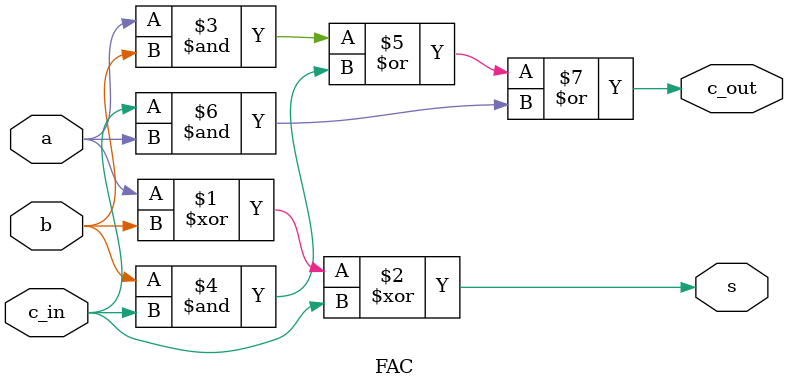
<source format=v>
module FAC(input a, b, c_in, output s, c_out);
   assign s = a ^ b ^ c_in;
   assign c_out = (a & b) | (b & c_in) | (c_in & a);
endmodule

</source>
